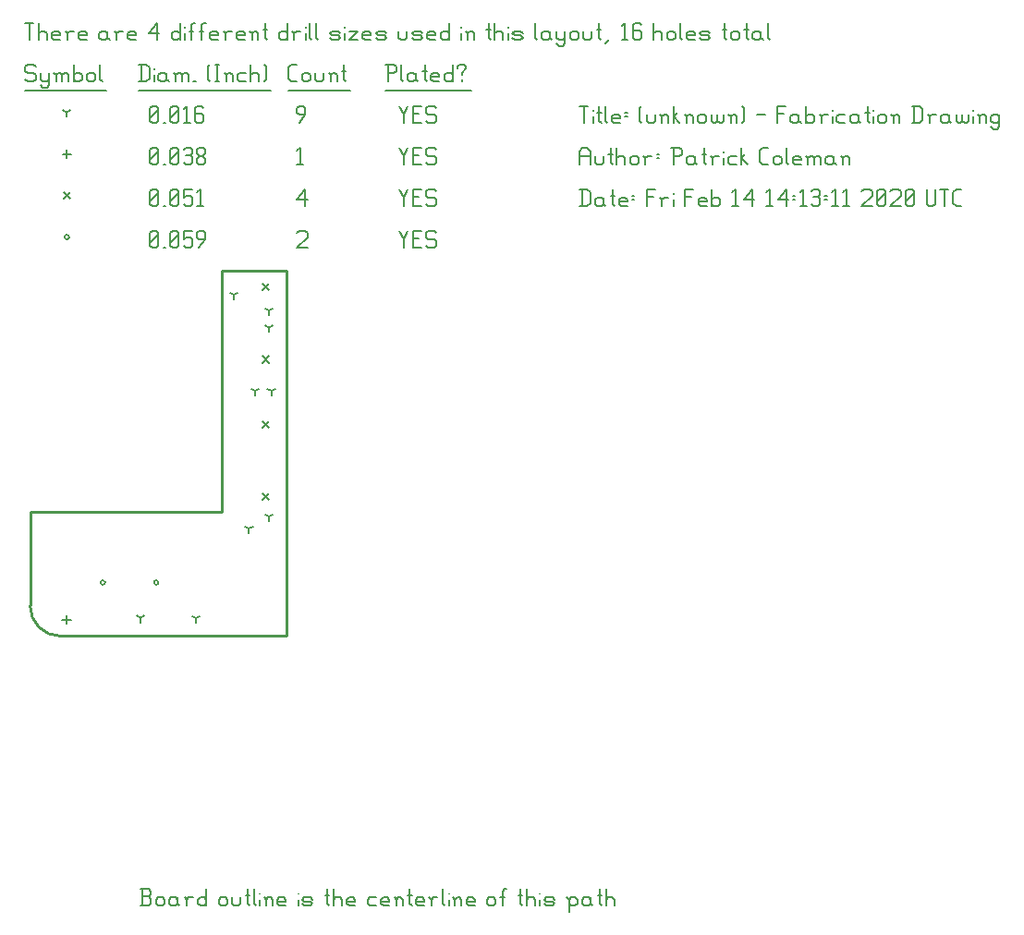
<source format=gbr>
G04 start of page 11 for group -3984 idx -3984 *
G04 Title: (unknown), fab *
G04 Creator: pcb 4.2.0 *
G04 CreationDate: Fri Feb 14 14:13:11 2020 UTC *
G04 For: blinken *
G04 Format: Gerber/RS-274X *
G04 PCB-Dimensions (mm): 65.00 56.00 *
G04 PCB-Coordinate-Origin: lower left *
%MOMM*%
%FSLAX43Y43*%
%LNFAB*%
%ADD51C,0.254*%
%ADD50C,0.191*%
%ADD49C,0.152*%
%ADD48R,0.203X0.203*%
G54D48*X6897Y27200D02*G75*G03X7303Y27200I203J0D01*G01*
G75*G03X6897Y27200I-203J0D01*G01*
X11797D02*G75*G03X12203Y27200I203J0D01*G01*
G75*G03X11797Y27200I-203J0D01*G01*
X3607Y58858D02*G75*G03X4013Y58858I203J0D01*G01*
G75*G03X3607Y58858I-203J0D01*G01*
G54D49*X34290Y59429D02*X34671Y58667D01*
X35052Y59429D01*
X34671Y58667D02*Y57905D01*
X35509Y58743D02*X36081D01*
X35509Y57905D02*X36271D01*
X35509Y59429D02*Y57905D01*
Y59429D02*X36271D01*
X37490D02*X37681Y59238D01*
X36919Y59429D02*X37490D01*
X36728Y59238D02*X36919Y59429D01*
X36728Y59238D02*Y58858D01*
X36919Y58667D01*
X37490D01*
X37681Y58476D01*
Y58096D01*
X37490Y57905D02*X37681Y58096D01*
X36919Y57905D02*X37490D01*
X36728Y58096D02*X36919Y57905D01*
X24892Y59238D02*X25082Y59429D01*
X25654D01*
X25844Y59238D01*
Y58858D01*
X24892Y57905D02*X25844Y58858D01*
X24892Y57905D02*X25844D01*
X11430Y58096D02*X11620Y57905D01*
X11430Y59238D02*Y58096D01*
Y59238D02*X11620Y59429D01*
X12002D01*
X12192Y59238D01*
Y58096D01*
X12002Y57905D02*X12192Y58096D01*
X11620Y57905D02*X12002D01*
X11430Y58286D02*X12192Y59048D01*
X12649Y57905D02*X12840D01*
X13297Y58096D02*X13487Y57905D01*
X13297Y59238D02*Y58096D01*
Y59238D02*X13487Y59429D01*
X13868D01*
X14059Y59238D01*
Y58096D01*
X13868Y57905D02*X14059Y58096D01*
X13487Y57905D02*X13868D01*
X13297Y58286D02*X14059Y59048D01*
X14516Y59429D02*X15278D01*
X14516D02*Y58667D01*
X14707Y58858D01*
X15088D01*
X15278Y58667D01*
Y58096D01*
X15088Y57905D02*X15278Y58096D01*
X14707Y57905D02*X15088D01*
X14516Y58096D02*X14707Y57905D01*
X15926D02*X16497Y58667D01*
Y59238D02*Y58667D01*
X16307Y59429D02*X16497Y59238D01*
X15926Y59429D02*X16307D01*
X15735Y59238D02*X15926Y59429D01*
X15735Y59238D02*Y58858D01*
X15926Y58667D01*
X16497D01*
X21745Y47955D02*X22355Y47345D01*
X21745D02*X22355Y47955D01*
X21745Y54605D02*X22355Y53995D01*
X21745D02*X22355Y54605D01*
X21745Y35355D02*X22355Y34745D01*
X21745D02*X22355Y35355D01*
X21745Y42005D02*X22355Y41395D01*
X21745D02*X22355Y42005D01*
X3505Y62972D02*X4115Y62363D01*
X3505D02*X4115Y62972D01*
X34290Y63239D02*X34671Y62477D01*
X35052Y63239D01*
X34671Y62477D02*Y61715D01*
X35509Y62553D02*X36081D01*
X35509Y61715D02*X36271D01*
X35509Y63239D02*Y61715D01*
Y63239D02*X36271D01*
X37490D02*X37681Y63048D01*
X36919Y63239D02*X37490D01*
X36728Y63048D02*X36919Y63239D01*
X36728Y63048D02*Y62668D01*
X36919Y62477D01*
X37490D01*
X37681Y62286D01*
Y61906D01*
X37490Y61715D02*X37681Y61906D01*
X36919Y61715D02*X37490D01*
X36728Y61906D02*X36919Y61715D01*
X24892Y62286D02*X25654Y63239D01*
X24892Y62286D02*X25844D01*
X25654Y63239D02*Y61715D01*
X11430Y61906D02*X11620Y61715D01*
X11430Y63048D02*Y61906D01*
Y63048D02*X11620Y63239D01*
X12002D01*
X12192Y63048D01*
Y61906D01*
X12002Y61715D02*X12192Y61906D01*
X11620Y61715D02*X12002D01*
X11430Y62096D02*X12192Y62858D01*
X12649Y61715D02*X12840D01*
X13297Y61906D02*X13487Y61715D01*
X13297Y63048D02*Y61906D01*
Y63048D02*X13487Y63239D01*
X13868D01*
X14059Y63048D01*
Y61906D01*
X13868Y61715D02*X14059Y61906D01*
X13487Y61715D02*X13868D01*
X13297Y62096D02*X14059Y62858D01*
X14516Y63239D02*X15278D01*
X14516D02*Y62477D01*
X14707Y62668D01*
X15088D01*
X15278Y62477D01*
Y61906D01*
X15088Y61715D02*X15278Y61906D01*
X14707Y61715D02*X15088D01*
X14516Y61906D02*X14707Y61715D01*
X15735Y62934D02*X16040Y63239D01*
Y61715D01*
X15735D02*X16307D01*
X3800Y24206D02*Y23394D01*
X3394Y23800D02*X4206D01*
X3810Y66884D02*Y66071D01*
X3404Y66478D02*X4216D01*
X34290Y67049D02*X34671Y66287D01*
X35052Y67049D01*
X34671Y66287D02*Y65525D01*
X35509Y66363D02*X36081D01*
X35509Y65525D02*X36271D01*
X35509Y67049D02*Y65525D01*
Y67049D02*X36271D01*
X37490D02*X37681Y66858D01*
X36919Y67049D02*X37490D01*
X36728Y66858D02*X36919Y67049D01*
X36728Y66858D02*Y66478D01*
X36919Y66287D01*
X37490D01*
X37681Y66096D01*
Y65716D01*
X37490Y65525D02*X37681Y65716D01*
X36919Y65525D02*X37490D01*
X36728Y65716D02*X36919Y65525D01*
X24892Y66744D02*X25197Y67049D01*
Y65525D01*
X24892D02*X25464D01*
X11430Y65716D02*X11620Y65525D01*
X11430Y66858D02*Y65716D01*
Y66858D02*X11620Y67049D01*
X12002D01*
X12192Y66858D01*
Y65716D01*
X12002Y65525D02*X12192Y65716D01*
X11620Y65525D02*X12002D01*
X11430Y65906D02*X12192Y66668D01*
X12649Y65525D02*X12840D01*
X13297Y65716D02*X13487Y65525D01*
X13297Y66858D02*Y65716D01*
Y66858D02*X13487Y67049D01*
X13868D01*
X14059Y66858D01*
Y65716D01*
X13868Y65525D02*X14059Y65716D01*
X13487Y65525D02*X13868D01*
X13297Y65906D02*X14059Y66668D01*
X14516Y66858D02*X14707Y67049D01*
X15088D01*
X15278Y66858D01*
X15088Y65525D02*X15278Y65716D01*
X14707Y65525D02*X15088D01*
X14516Y65716D02*X14707Y65525D01*
Y66363D02*X15088D01*
X15278Y66858D02*Y66554D01*
Y66173D02*Y65716D01*
Y66173D02*X15088Y66363D01*
X15278Y66554D02*X15088Y66363D01*
X15735Y65716D02*X15926Y65525D01*
X15735Y66020D02*Y65716D01*
Y66020D02*X16002Y66287D01*
X16231D01*
X16497Y66020D01*
Y65716D01*
X16307Y65525D02*X16497Y65716D01*
X15926Y65525D02*X16307D01*
X15735Y66554D02*X16002Y66287D01*
X15735Y66858D02*Y66554D01*
Y66858D02*X15926Y67049D01*
X16307D01*
X16497Y66858D01*
Y66554D01*
X16231Y66287D02*X16497Y66554D01*
X22300Y52100D02*Y51694D01*
Y52100D02*X22652Y52303D01*
X22300Y52100D02*X21948Y52303D01*
X21050Y44750D02*Y44344D01*
Y44750D02*X21402Y44953D01*
X21050Y44750D02*X20698Y44953D01*
X22550Y44750D02*Y44344D01*
Y44750D02*X22902Y44953D01*
X22550Y44750D02*X22198Y44953D01*
X19100Y53550D02*Y53144D01*
Y53550D02*X19452Y53753D01*
X19100Y53550D02*X18748Y53753D01*
X22300Y33250D02*Y32844D01*
Y33250D02*X22652Y33453D01*
X22300Y33250D02*X21948Y33453D01*
X15650Y23900D02*Y23494D01*
Y23900D02*X16002Y24103D01*
X15650Y23900D02*X15298Y24103D01*
X10575Y23950D02*Y23544D01*
Y23950D02*X10927Y24153D01*
X10575Y23950D02*X10223Y24153D01*
X20500Y32150D02*Y31744D01*
Y32150D02*X20852Y32353D01*
X20500Y32150D02*X20148Y32353D01*
X22300Y50550D02*Y50144D01*
Y50550D02*X22652Y50753D01*
X22300Y50550D02*X21948Y50753D01*
X3810Y70288D02*Y69881D01*
Y70288D02*X4162Y70491D01*
X3810Y70288D02*X3458Y70491D01*
X34290Y70859D02*X34671Y70097D01*
X35052Y70859D01*
X34671Y70097D02*Y69335D01*
X35509Y70173D02*X36081D01*
X35509Y69335D02*X36271D01*
X35509Y70859D02*Y69335D01*
Y70859D02*X36271D01*
X37490D02*X37681Y70668D01*
X36919Y70859D02*X37490D01*
X36728Y70668D02*X36919Y70859D01*
X36728Y70668D02*Y70288D01*
X36919Y70097D01*
X37490D01*
X37681Y69906D01*
Y69526D01*
X37490Y69335D02*X37681Y69526D01*
X36919Y69335D02*X37490D01*
X36728Y69526D02*X36919Y69335D01*
X25082D02*X25654Y70097D01*
Y70668D02*Y70097D01*
X25464Y70859D02*X25654Y70668D01*
X25082Y70859D02*X25464D01*
X24892Y70668D02*X25082Y70859D01*
X24892Y70668D02*Y70288D01*
X25082Y70097D01*
X25654D01*
X11430Y69526D02*X11620Y69335D01*
X11430Y70668D02*Y69526D01*
Y70668D02*X11620Y70859D01*
X12002D01*
X12192Y70668D01*
Y69526D01*
X12002Y69335D02*X12192Y69526D01*
X11620Y69335D02*X12002D01*
X11430Y69716D02*X12192Y70478D01*
X12649Y69335D02*X12840D01*
X13297Y69526D02*X13487Y69335D01*
X13297Y70668D02*Y69526D01*
Y70668D02*X13487Y70859D01*
X13868D01*
X14059Y70668D01*
Y69526D01*
X13868Y69335D02*X14059Y69526D01*
X13487Y69335D02*X13868D01*
X13297Y69716D02*X14059Y70478D01*
X14516Y70554D02*X14821Y70859D01*
Y69335D01*
X14516D02*X15088D01*
X16116Y70859D02*X16307Y70668D01*
X15735Y70859D02*X16116D01*
X15545Y70668D02*X15735Y70859D01*
X15545Y70668D02*Y69526D01*
X15735Y69335D01*
X16116Y70173D02*X16307Y69983D01*
X15545Y70173D02*X16116D01*
X15735Y69335D02*X16116D01*
X16307Y69526D01*
Y69983D02*Y69526D01*
X762Y74669D02*X952Y74478D01*
X190Y74669D02*X762D01*
X0Y74478D02*X190Y74669D01*
X0Y74478D02*Y74098D01*
X190Y73907D01*
X762D01*
X952Y73716D01*
Y73336D01*
X762Y73145D02*X952Y73336D01*
X190Y73145D02*X762D01*
X0Y73336D02*X190Y73145D01*
X1410Y73907D02*Y73336D01*
X1600Y73145D01*
X2172Y73907D02*Y72764D01*
X1981Y72574D02*X2172Y72764D01*
X1600Y72574D02*X1981D01*
X1410Y72764D02*X1600Y72574D01*
Y73145D02*X1981D01*
X2172Y73336D01*
X2819Y73716D02*Y73145D01*
Y73716D02*X3010Y73907D01*
X3200D01*
X3391Y73716D01*
Y73145D01*
Y73716D02*X3581Y73907D01*
X3772D01*
X3962Y73716D01*
Y73145D01*
X2629Y73907D02*X2819Y73716D01*
X4420Y74669D02*Y73145D01*
Y73336D02*X4610Y73145D01*
X4991D01*
X5182Y73336D01*
Y73716D02*Y73336D01*
X4991Y73907D02*X5182Y73716D01*
X4610Y73907D02*X4991D01*
X4420Y73716D02*X4610Y73907D01*
X5639Y73716D02*Y73336D01*
Y73716D02*X5829Y73907D01*
X6210D01*
X6401Y73716D01*
Y73336D01*
X6210Y73145D02*X6401Y73336D01*
X5829Y73145D02*X6210D01*
X5639Y73336D02*X5829Y73145D01*
X6858Y74669D02*Y73336D01*
X7049Y73145D01*
X0Y72319D02*X7430D01*
X10604Y74669D02*Y73145D01*
X11100Y74669D02*X11366Y74402D01*
Y73412D01*
X11100Y73145D02*X11366Y73412D01*
X10414Y73145D02*X11100D01*
X10414Y74669D02*X11100D01*
G54D50*X11824Y74288D02*Y74250D01*
G54D49*Y73716D02*Y73145D01*
X12776Y73907D02*X12967Y73716D01*
X12395Y73907D02*X12776D01*
X12205Y73716D02*X12395Y73907D01*
X12205Y73716D02*Y73336D01*
X12395Y73145D01*
X12967Y73907D02*Y73336D01*
X13157Y73145D01*
X12395D02*X12776D01*
X12967Y73336D01*
X13805Y73716D02*Y73145D01*
Y73716D02*X13995Y73907D01*
X14186D01*
X14376Y73716D01*
Y73145D01*
Y73716D02*X14567Y73907D01*
X14757D01*
X14948Y73716D01*
Y73145D01*
X13614Y73907D02*X13805Y73716D01*
X15405Y73145D02*X15596D01*
X16739Y73336D02*X16929Y73145D01*
X16739Y74478D02*X16929Y74669D01*
X16739Y74478D02*Y73336D01*
X17386Y74669D02*X17767D01*
X17577D02*Y73145D01*
X17386D02*X17767D01*
X18415Y73716D02*Y73145D01*
Y73716D02*X18606Y73907D01*
X18796D01*
X18987Y73716D01*
Y73145D01*
X18225Y73907D02*X18415Y73716D01*
X19634Y73907D02*X20206D01*
X19444Y73716D02*X19634Y73907D01*
X19444Y73716D02*Y73336D01*
X19634Y73145D01*
X20206D01*
X20663Y74669D02*Y73145D01*
Y73716D02*X20853Y73907D01*
X21234D01*
X21425Y73716D01*
Y73145D01*
X21882Y74669D02*X22073Y74478D01*
Y73336D01*
X21882Y73145D02*X22073Y73336D01*
X10414Y72319D02*X22530D01*
X24397Y73145D02*X24892D01*
X24130Y73412D02*X24397Y73145D01*
X24130Y74402D02*Y73412D01*
Y74402D02*X24397Y74669D01*
X24892D01*
X25349Y73716D02*Y73336D01*
Y73716D02*X25540Y73907D01*
X25921D01*
X26111Y73716D01*
Y73336D01*
X25921Y73145D02*X26111Y73336D01*
X25540Y73145D02*X25921D01*
X25349Y73336D02*X25540Y73145D01*
X26568Y73907D02*Y73336D01*
X26759Y73145D01*
X27140D01*
X27330Y73336D01*
Y73907D02*Y73336D01*
X27978Y73716D02*Y73145D01*
Y73716D02*X28169Y73907D01*
X28359D01*
X28550Y73716D01*
Y73145D01*
X27788Y73907D02*X27978Y73716D01*
X29197Y74669D02*Y73336D01*
X29388Y73145D01*
X29007Y74098D02*X29388D01*
X24130Y72319D02*X29769D01*
X33210Y74669D02*Y73145D01*
X33020Y74669D02*X33782D01*
X33972Y74478D01*
Y74098D01*
X33782Y73907D02*X33972Y74098D01*
X33210Y73907D02*X33782D01*
X34430Y74669D02*Y73336D01*
X34620Y73145D01*
X35573Y73907D02*X35763Y73716D01*
X35192Y73907D02*X35573D01*
X35001Y73716D02*X35192Y73907D01*
X35001Y73716D02*Y73336D01*
X35192Y73145D01*
X35763Y73907D02*Y73336D01*
X35954Y73145D01*
X35192D02*X35573D01*
X35763Y73336D01*
X36601Y74669D02*Y73336D01*
X36792Y73145D01*
X36411Y74098D02*X36792D01*
X37363Y73145D02*X37935D01*
X37173Y73336D02*X37363Y73145D01*
X37173Y73716D02*Y73336D01*
Y73716D02*X37363Y73907D01*
X37744D01*
X37935Y73716D01*
X37173Y73526D02*X37935D01*
Y73716D02*Y73526D01*
X39154Y74669D02*Y73145D01*
X38964D02*X39154Y73336D01*
X38583Y73145D02*X38964D01*
X38392Y73336D02*X38583Y73145D01*
X38392Y73716D02*Y73336D01*
Y73716D02*X38583Y73907D01*
X38964D01*
X39154Y73716D01*
X39992Y73907D02*Y73716D01*
Y73336D02*Y73145D01*
X39611Y74478D02*Y74288D01*
Y74478D02*X39802Y74669D01*
X40183D01*
X40373Y74478D01*
Y74288D01*
X39992Y73907D02*X40373Y74288D01*
X33020Y72319D02*X40831D01*
X0Y78479D02*X762D01*
X381D02*Y76955D01*
X1219Y78479D02*Y76955D01*
Y77526D02*X1410Y77717D01*
X1791D01*
X1981Y77526D01*
Y76955D01*
X2629D02*X3200D01*
X2438Y77146D02*X2629Y76955D01*
X2438Y77526D02*Y77146D01*
Y77526D02*X2629Y77717D01*
X3010D01*
X3200Y77526D01*
X2438Y77336D02*X3200D01*
Y77526D02*Y77336D01*
X3848Y77526D02*Y76955D01*
Y77526D02*X4039Y77717D01*
X4420D01*
X3658D02*X3848Y77526D01*
X5067Y76955D02*X5639D01*
X4877Y77146D02*X5067Y76955D01*
X4877Y77526D02*Y77146D01*
Y77526D02*X5067Y77717D01*
X5448D01*
X5639Y77526D01*
X4877Y77336D02*X5639D01*
Y77526D02*Y77336D01*
X7353Y77717D02*X7544Y77526D01*
X6972Y77717D02*X7353D01*
X6782Y77526D02*X6972Y77717D01*
X6782Y77526D02*Y77146D01*
X6972Y76955D01*
X7544Y77717D02*Y77146D01*
X7734Y76955D01*
X6972D02*X7353D01*
X7544Y77146D01*
X8382Y77526D02*Y76955D01*
Y77526D02*X8573Y77717D01*
X8954D01*
X8192D02*X8382Y77526D01*
X9601Y76955D02*X10173D01*
X9411Y77146D02*X9601Y76955D01*
X9411Y77526D02*Y77146D01*
Y77526D02*X9601Y77717D01*
X9982D01*
X10173Y77526D01*
X9411Y77336D02*X10173D01*
Y77526D02*Y77336D01*
X11316Y77526D02*X12078Y78479D01*
X11316Y77526D02*X12268D01*
X12078Y78479D02*Y76955D01*
X14173Y78479D02*Y76955D01*
X13983D02*X14173Y77146D01*
X13602Y76955D02*X13983D01*
X13411Y77146D02*X13602Y76955D01*
X13411Y77526D02*Y77146D01*
Y77526D02*X13602Y77717D01*
X13983D01*
X14173Y77526D01*
G54D50*X14630Y78098D02*Y78060D01*
G54D49*Y77526D02*Y76955D01*
X15202Y78288D02*Y76955D01*
Y78288D02*X15392Y78479D01*
X15583D01*
X15011Y77717D02*X15392D01*
X16154Y78288D02*Y76955D01*
Y78288D02*X16345Y78479D01*
X16535D01*
X15964Y77717D02*X16345D01*
X17107Y76955D02*X17678D01*
X16916Y77146D02*X17107Y76955D01*
X16916Y77526D02*Y77146D01*
Y77526D02*X17107Y77717D01*
X17488D01*
X17678Y77526D01*
X16916Y77336D02*X17678D01*
Y77526D02*Y77336D01*
X18326Y77526D02*Y76955D01*
Y77526D02*X18517Y77717D01*
X18898D01*
X18136D02*X18326Y77526D01*
X19545Y76955D02*X20117D01*
X19355Y77146D02*X19545Y76955D01*
X19355Y77526D02*Y77146D01*
Y77526D02*X19545Y77717D01*
X19926D01*
X20117Y77526D01*
X19355Y77336D02*X20117D01*
Y77526D02*Y77336D01*
X20765Y77526D02*Y76955D01*
Y77526D02*X20955Y77717D01*
X21146D01*
X21336Y77526D01*
Y76955D01*
X20574Y77717D02*X20765Y77526D01*
X21984Y78479D02*Y77146D01*
X22174Y76955D01*
X21793Y77908D02*X22174D01*
X24003Y78479D02*Y76955D01*
X23813D02*X24003Y77146D01*
X23432Y76955D02*X23813D01*
X23241Y77146D02*X23432Y76955D01*
X23241Y77526D02*Y77146D01*
Y77526D02*X23432Y77717D01*
X23813D01*
X24003Y77526D01*
X24651D02*Y76955D01*
Y77526D02*X24841Y77717D01*
X25222D01*
X24460D02*X24651Y77526D01*
G54D50*X25679Y78098D02*Y78060D01*
G54D49*Y77526D02*Y76955D01*
X26060Y78479D02*Y77146D01*
X26251Y76955D01*
X26632Y78479D02*Y77146D01*
X26822Y76955D01*
X28080D02*X28651D01*
X28842Y77146D01*
X28651Y77336D02*X28842Y77146D01*
X28080Y77336D02*X28651D01*
X27889Y77526D02*X28080Y77336D01*
X27889Y77526D02*X28080Y77717D01*
X28651D01*
X28842Y77526D01*
X27889Y77146D02*X28080Y76955D01*
G54D50*X29299Y78098D02*Y78060D01*
G54D49*Y77526D02*Y76955D01*
X29680Y77717D02*X30442D01*
X29680Y76955D02*X30442Y77717D01*
X29680Y76955D02*X30442D01*
X31090D02*X31661D01*
X30899Y77146D02*X31090Y76955D01*
X30899Y77526D02*Y77146D01*
Y77526D02*X31090Y77717D01*
X31471D01*
X31661Y77526D01*
X30899Y77336D02*X31661D01*
Y77526D02*Y77336D01*
X32309Y76955D02*X32880D01*
X33071Y77146D01*
X32880Y77336D02*X33071Y77146D01*
X32309Y77336D02*X32880D01*
X32118Y77526D02*X32309Y77336D01*
X32118Y77526D02*X32309Y77717D01*
X32880D01*
X33071Y77526D01*
X32118Y77146D02*X32309Y76955D01*
X34214Y77717D02*Y77146D01*
X34404Y76955D01*
X34785D01*
X34976Y77146D01*
Y77717D02*Y77146D01*
X35624Y76955D02*X36195D01*
X36386Y77146D01*
X36195Y77336D02*X36386Y77146D01*
X35624Y77336D02*X36195D01*
X35433Y77526D02*X35624Y77336D01*
X35433Y77526D02*X35624Y77717D01*
X36195D01*
X36386Y77526D01*
X35433Y77146D02*X35624Y76955D01*
X37033D02*X37605D01*
X36843Y77146D02*X37033Y76955D01*
X36843Y77526D02*Y77146D01*
Y77526D02*X37033Y77717D01*
X37414D01*
X37605Y77526D01*
X36843Y77336D02*X37605D01*
Y77526D02*Y77336D01*
X38824Y78479D02*Y76955D01*
X38633D02*X38824Y77146D01*
X38252Y76955D02*X38633D01*
X38062Y77146D02*X38252Y76955D01*
X38062Y77526D02*Y77146D01*
Y77526D02*X38252Y77717D01*
X38633D01*
X38824Y77526D01*
G54D50*X39967Y78098D02*Y78060D01*
G54D49*Y77526D02*Y76955D01*
X40538Y77526D02*Y76955D01*
Y77526D02*X40729Y77717D01*
X40919D01*
X41110Y77526D01*
Y76955D01*
X40348Y77717D02*X40538Y77526D01*
X42443Y78479D02*Y77146D01*
X42634Y76955D01*
X42253Y77908D02*X42634D01*
X43015Y78479D02*Y76955D01*
Y77526D02*X43205Y77717D01*
X43586D01*
X43777Y77526D01*
Y76955D01*
G54D50*X44234Y78098D02*Y78060D01*
G54D49*Y77526D02*Y76955D01*
X44806D02*X45377D01*
X45568Y77146D01*
X45377Y77336D02*X45568Y77146D01*
X44806Y77336D02*X45377D01*
X44615Y77526D02*X44806Y77336D01*
X44615Y77526D02*X44806Y77717D01*
X45377D01*
X45568Y77526D01*
X44615Y77146D02*X44806Y76955D01*
X46711Y78479D02*Y77146D01*
X46901Y76955D01*
X47854Y77717D02*X48044Y77526D01*
X47473Y77717D02*X47854D01*
X47282Y77526D02*X47473Y77717D01*
X47282Y77526D02*Y77146D01*
X47473Y76955D01*
X48044Y77717D02*Y77146D01*
X48235Y76955D01*
X47473D02*X47854D01*
X48044Y77146D01*
X48692Y77717D02*Y77146D01*
X48882Y76955D01*
X49454Y77717D02*Y76574D01*
X49263Y76384D02*X49454Y76574D01*
X48882Y76384D02*X49263D01*
X48692Y76574D02*X48882Y76384D01*
Y76955D02*X49263D01*
X49454Y77146D01*
X49911Y77526D02*Y77146D01*
Y77526D02*X50102Y77717D01*
X50483D01*
X50673Y77526D01*
Y77146D01*
X50483Y76955D02*X50673Y77146D01*
X50102Y76955D02*X50483D01*
X49911Y77146D02*X50102Y76955D01*
X51130Y77717D02*Y77146D01*
X51321Y76955D01*
X51702D01*
X51892Y77146D01*
Y77717D02*Y77146D01*
X52540Y78479D02*Y77146D01*
X52730Y76955D01*
X52349Y77908D02*X52730D01*
X53111Y76574D02*X53492Y76955D01*
X54635Y78174D02*X54940Y78479D01*
Y76955D01*
X54635D02*X55207D01*
X56236Y78479D02*X56426Y78288D01*
X55855Y78479D02*X56236D01*
X55664Y78288D02*X55855Y78479D01*
X55664Y78288D02*Y77146D01*
X55855Y76955D01*
X56236Y77793D02*X56426Y77603D01*
X55664Y77793D02*X56236D01*
X55855Y76955D02*X56236D01*
X56426Y77146D01*
Y77603D02*Y77146D01*
X57569Y78479D02*Y76955D01*
Y77526D02*X57760Y77717D01*
X58141D01*
X58331Y77526D01*
Y76955D01*
X58788Y77526D02*Y77146D01*
Y77526D02*X58979Y77717D01*
X59360D01*
X59550Y77526D01*
Y77146D01*
X59360Y76955D02*X59550Y77146D01*
X58979Y76955D02*X59360D01*
X58788Y77146D02*X58979Y76955D01*
X60008Y78479D02*Y77146D01*
X60198Y76955D01*
X60770D02*X61341D01*
X60579Y77146D02*X60770Y76955D01*
X60579Y77526D02*Y77146D01*
Y77526D02*X60770Y77717D01*
X61151D01*
X61341Y77526D01*
X60579Y77336D02*X61341D01*
Y77526D02*Y77336D01*
X61989Y76955D02*X62560D01*
X62751Y77146D01*
X62560Y77336D02*X62751Y77146D01*
X61989Y77336D02*X62560D01*
X61798Y77526D02*X61989Y77336D01*
X61798Y77526D02*X61989Y77717D01*
X62560D01*
X62751Y77526D01*
X61798Y77146D02*X61989Y76955D01*
X64084Y78479D02*Y77146D01*
X64275Y76955D01*
X63894Y77908D02*X64275D01*
X64656Y77526D02*Y77146D01*
Y77526D02*X64846Y77717D01*
X65227D01*
X65418Y77526D01*
Y77146D01*
X65227Y76955D02*X65418Y77146D01*
X64846Y76955D02*X65227D01*
X64656Y77146D02*X64846Y76955D01*
X66065Y78479D02*Y77146D01*
X66256Y76955D01*
X65875Y77908D02*X66256D01*
X67208Y77717D02*X67399Y77526D01*
X66827Y77717D02*X67208D01*
X66637Y77526D02*X66827Y77717D01*
X66637Y77526D02*Y77146D01*
X66827Y76955D01*
X67399Y77717D02*Y77146D01*
X67589Y76955D01*
X66827D02*X67208D01*
X67399Y77146D01*
X68047Y78479D02*Y77146D01*
X68237Y76955D01*
G54D51*X18050Y55750D02*Y39400D01*
Y55750D02*X23950D01*
X3050Y22300D02*X23900D01*
X23950Y55750D02*Y22300D01*
X18050Y39350D02*Y33700D01*
X450D01*
Y25100D02*Y33700D01*
Y25050D02*G75*G03X3200Y22300I2750J0D01*G01*
G54D49*X10573Y-2413D02*X11335D01*
X11526Y-2222D01*
Y-1765D02*Y-2222D01*
X11335Y-1575D02*X11526Y-1765D01*
X10764Y-1575D02*X11335D01*
X10764Y-889D02*Y-2413D01*
X10573Y-889D02*X11335D01*
X11526Y-1080D01*
Y-1384D01*
X11335Y-1575D02*X11526Y-1384D01*
X11983Y-1842D02*Y-2222D01*
Y-1842D02*X12174Y-1651D01*
X12555D01*
X12745Y-1842D01*
Y-2222D01*
X12555Y-2413D02*X12745Y-2222D01*
X12174Y-2413D02*X12555D01*
X11983Y-2222D02*X12174Y-2413D01*
X13774Y-1651D02*X13964Y-1842D01*
X13393Y-1651D02*X13774D01*
X13202Y-1842D02*X13393Y-1651D01*
X13202Y-1842D02*Y-2222D01*
X13393Y-2413D01*
X13964Y-1651D02*Y-2222D01*
X14155Y-2413D01*
X13393D02*X13774D01*
X13964Y-2222D01*
X14803Y-1842D02*Y-2413D01*
Y-1842D02*X14993Y-1651D01*
X15374D01*
X14612D02*X14803Y-1842D01*
X16593Y-889D02*Y-2413D01*
X16403D02*X16593Y-2222D01*
X16022Y-2413D02*X16403D01*
X15831Y-2222D02*X16022Y-2413D01*
X15831Y-1842D02*Y-2222D01*
Y-1842D02*X16022Y-1651D01*
X16403D01*
X16593Y-1842D01*
X17736D02*Y-2222D01*
Y-1842D02*X17927Y-1651D01*
X18308D01*
X18498Y-1842D01*
Y-2222D01*
X18308Y-2413D02*X18498Y-2222D01*
X17927Y-2413D02*X18308D01*
X17736Y-2222D02*X17927Y-2413D01*
X18955Y-1651D02*Y-2222D01*
X19146Y-2413D01*
X19527D01*
X19717Y-2222D01*
Y-1651D02*Y-2222D01*
X20365Y-889D02*Y-2222D01*
X20556Y-2413D01*
X20175Y-1460D02*X20556D01*
X20937Y-889D02*Y-2222D01*
X21127Y-2413D01*
G54D50*X21508Y-1270D02*Y-1308D01*
G54D49*Y-1842D02*Y-2413D01*
X22080Y-1842D02*Y-2413D01*
Y-1842D02*X22270Y-1651D01*
X22461D01*
X22651Y-1842D01*
Y-2413D01*
X21889Y-1651D02*X22080Y-1842D01*
X23299Y-2413D02*X23870D01*
X23108Y-2222D02*X23299Y-2413D01*
X23108Y-1842D02*Y-2222D01*
Y-1842D02*X23299Y-1651D01*
X23680D01*
X23870Y-1842D01*
X23108Y-2032D02*X23870D01*
Y-1842D02*Y-2032D01*
G54D50*X25013Y-1270D02*Y-1308D01*
G54D49*Y-1842D02*Y-2413D01*
X25585D02*X26156D01*
X26347Y-2222D01*
X26156Y-2032D02*X26347Y-2222D01*
X25585Y-2032D02*X26156D01*
X25394Y-1842D02*X25585Y-2032D01*
X25394Y-1842D02*X25585Y-1651D01*
X26156D01*
X26347Y-1842D01*
X25394Y-2222D02*X25585Y-2413D01*
X27680Y-889D02*Y-2222D01*
X27871Y-2413D01*
X27490Y-1460D02*X27871D01*
X28252Y-889D02*Y-2413D01*
Y-1842D02*X28442Y-1651D01*
X28823D01*
X29014Y-1842D01*
Y-2413D01*
X29662D02*X30233D01*
X29471Y-2222D02*X29662Y-2413D01*
X29471Y-1842D02*Y-2222D01*
Y-1842D02*X29662Y-1651D01*
X30043D01*
X30233Y-1842D01*
X29471Y-2032D02*X30233D01*
Y-1842D02*Y-2032D01*
X31567Y-1651D02*X32138D01*
X31376Y-1842D02*X31567Y-1651D01*
X31376Y-1842D02*Y-2222D01*
X31567Y-2413D01*
X32138D01*
X32786D02*X33357D01*
X32595Y-2222D02*X32786Y-2413D01*
X32595Y-1842D02*Y-2222D01*
Y-1842D02*X32786Y-1651D01*
X33167D01*
X33357Y-1842D01*
X32595Y-2032D02*X33357D01*
Y-1842D02*Y-2032D01*
X34005Y-1842D02*Y-2413D01*
Y-1842D02*X34195Y-1651D01*
X34386D01*
X34576Y-1842D01*
Y-2413D01*
X33814Y-1651D02*X34005Y-1842D01*
X35224Y-889D02*Y-2222D01*
X35415Y-2413D01*
X35034Y-1460D02*X35415D01*
X35986Y-2413D02*X36558D01*
X35796Y-2222D02*X35986Y-2413D01*
X35796Y-1842D02*Y-2222D01*
Y-1842D02*X35986Y-1651D01*
X36367D01*
X36558Y-1842D01*
X35796Y-2032D02*X36558D01*
Y-1842D02*Y-2032D01*
X37205Y-1842D02*Y-2413D01*
Y-1842D02*X37396Y-1651D01*
X37777D01*
X37015D02*X37205Y-1842D01*
X38234Y-889D02*Y-2222D01*
X38425Y-2413D01*
G54D50*X38806Y-1270D02*Y-1308D01*
G54D49*Y-1842D02*Y-2413D01*
X39377Y-1842D02*Y-2413D01*
Y-1842D02*X39568Y-1651D01*
X39758D01*
X39949Y-1842D01*
Y-2413D01*
X39187Y-1651D02*X39377Y-1842D01*
X40596Y-2413D02*X41168D01*
X40406Y-2222D02*X40596Y-2413D01*
X40406Y-1842D02*Y-2222D01*
Y-1842D02*X40596Y-1651D01*
X40977D01*
X41168Y-1842D01*
X40406Y-2032D02*X41168D01*
Y-1842D02*Y-2032D01*
X42311Y-1842D02*Y-2222D01*
Y-1842D02*X42501Y-1651D01*
X42882D01*
X43073Y-1842D01*
Y-2222D01*
X42882Y-2413D02*X43073Y-2222D01*
X42501Y-2413D02*X42882D01*
X42311Y-2222D02*X42501Y-2413D01*
X43720Y-1080D02*Y-2413D01*
Y-1080D02*X43911Y-889D01*
X44101D01*
X43530Y-1651D02*X43911D01*
X45359Y-889D02*Y-2222D01*
X45549Y-2413D01*
X45168Y-1460D02*X45549D01*
X45930Y-889D02*Y-2413D01*
Y-1842D02*X46121Y-1651D01*
X46502D01*
X46692Y-1842D01*
Y-2413D01*
G54D50*X47149Y-1270D02*Y-1308D01*
G54D49*Y-1842D02*Y-2413D01*
X47721D02*X48292D01*
X48483Y-2222D01*
X48292Y-2032D02*X48483Y-2222D01*
X47721Y-2032D02*X48292D01*
X47530Y-1842D02*X47721Y-2032D01*
X47530Y-1842D02*X47721Y-1651D01*
X48292D01*
X48483Y-1842D01*
X47530Y-2222D02*X47721Y-2413D01*
X49816Y-1842D02*Y-2984D01*
X49626Y-1651D02*X49816Y-1842D01*
X50007Y-1651D01*
X50388D01*
X50578Y-1842D01*
Y-2222D01*
X50388Y-2413D02*X50578Y-2222D01*
X50007Y-2413D02*X50388D01*
X49816Y-2222D02*X50007Y-2413D01*
X51607Y-1651D02*X51798Y-1842D01*
X51226Y-1651D02*X51607D01*
X51036Y-1842D02*X51226Y-1651D01*
X51036Y-1842D02*Y-2222D01*
X51226Y-2413D01*
X51798Y-1651D02*Y-2222D01*
X51988Y-2413D01*
X51226D02*X51607D01*
X51798Y-2222D01*
X52636Y-889D02*Y-2222D01*
X52826Y-2413D01*
X52445Y-1460D02*X52826D01*
X53207Y-889D02*Y-2413D01*
Y-1842D02*X53398Y-1651D01*
X53779D01*
X53969Y-1842D01*
Y-2413D01*
X50990Y63239D02*Y61715D01*
X51486Y63239D02*X51752Y62972D01*
Y61982D01*
X51486Y61715D02*X51752Y61982D01*
X50800Y61715D02*X51486D01*
X50800Y63239D02*X51486D01*
X52781Y62477D02*X52972Y62286D01*
X52400Y62477D02*X52781D01*
X52210Y62286D02*X52400Y62477D01*
X52210Y62286D02*Y61906D01*
X52400Y61715D01*
X52972Y62477D02*Y61906D01*
X53162Y61715D01*
X52400D02*X52781D01*
X52972Y61906D01*
X53810Y63239D02*Y61906D01*
X54000Y61715D01*
X53619Y62668D02*X54000D01*
X54572Y61715D02*X55143D01*
X54381Y61906D02*X54572Y61715D01*
X54381Y62286D02*Y61906D01*
Y62286D02*X54572Y62477D01*
X54953D01*
X55143Y62286D01*
X54381Y62096D02*X55143D01*
Y62286D02*Y62096D01*
X55601Y62668D02*X55791D01*
X55601Y62286D02*X55791D01*
X56934Y63239D02*Y61715D01*
Y63239D02*X57696D01*
X56934Y62553D02*X57506D01*
X58344Y62286D02*Y61715D01*
Y62286D02*X58534Y62477D01*
X58915D01*
X58153D02*X58344Y62286D01*
G54D50*X59373Y62858D02*Y62820D01*
G54D49*Y62286D02*Y61715D01*
X60439Y63239D02*Y61715D01*
Y63239D02*X61201D01*
X60439Y62553D02*X61011D01*
X61849Y61715D02*X62421D01*
X61659Y61906D02*X61849Y61715D01*
X61659Y62286D02*Y61906D01*
Y62286D02*X61849Y62477D01*
X62230D01*
X62421Y62286D01*
X61659Y62096D02*X62421D01*
Y62286D02*Y62096D01*
X62878Y63239D02*Y61715D01*
Y61906D02*X63068Y61715D01*
X63449D01*
X63640Y61906D01*
Y62286D02*Y61906D01*
X63449Y62477D02*X63640Y62286D01*
X63068Y62477D02*X63449D01*
X62878Y62286D02*X63068Y62477D01*
X64783Y62934D02*X65088Y63239D01*
Y61715D01*
X64783D02*X65354D01*
X65811Y62286D02*X66573Y63239D01*
X65811Y62286D02*X66764D01*
X66573Y63239D02*Y61715D01*
X67907Y62934D02*X68212Y63239D01*
Y61715D01*
X67907D02*X68478D01*
X68936Y62286D02*X69698Y63239D01*
X68936Y62286D02*X69888D01*
X69698Y63239D02*Y61715D01*
X70345Y62668D02*X70536D01*
X70345Y62286D02*X70536D01*
X70993Y62934D02*X71298Y63239D01*
Y61715D01*
X70993D02*X71565D01*
X72022Y63048D02*X72212Y63239D01*
X72593D01*
X72784Y63048D01*
X72593Y61715D02*X72784Y61906D01*
X72212Y61715D02*X72593D01*
X72022Y61906D02*X72212Y61715D01*
Y62553D02*X72593D01*
X72784Y63048D02*Y62744D01*
Y62363D02*Y61906D01*
Y62363D02*X72593Y62553D01*
X72784Y62744D02*X72593Y62553D01*
X73241Y62668D02*X73431D01*
X73241Y62286D02*X73431D01*
X73889Y62934D02*X74193Y63239D01*
Y61715D01*
X73889D02*X74460D01*
X74917Y62934D02*X75222Y63239D01*
Y61715D01*
X74917D02*X75489D01*
X76632Y63048D02*X76822Y63239D01*
X77394D01*
X77584Y63048D01*
Y62668D01*
X76632Y61715D02*X77584Y62668D01*
X76632Y61715D02*X77584D01*
X78042Y61906D02*X78232Y61715D01*
X78042Y63048D02*Y61906D01*
Y63048D02*X78232Y63239D01*
X78613D01*
X78804Y63048D01*
Y61906D01*
X78613Y61715D02*X78804Y61906D01*
X78232Y61715D02*X78613D01*
X78042Y62096D02*X78804Y62858D01*
X79261Y63048D02*X79451Y63239D01*
X80023D01*
X80213Y63048D01*
Y62668D01*
X79261Y61715D02*X80213Y62668D01*
X79261Y61715D02*X80213D01*
X80670Y61906D02*X80861Y61715D01*
X80670Y63048D02*Y61906D01*
Y63048D02*X80861Y63239D01*
X81242D01*
X81432Y63048D01*
Y61906D01*
X81242Y61715D02*X81432Y61906D01*
X80861Y61715D02*X81242D01*
X80670Y62096D02*X81432Y62858D01*
X82575Y63239D02*Y61906D01*
X82766Y61715D01*
X83147D01*
X83337Y61906D01*
Y63239D02*Y61906D01*
X83795Y63239D02*X84557D01*
X84176D02*Y61715D01*
X85281D02*X85776D01*
X85014Y61982D02*X85281Y61715D01*
X85014Y62972D02*Y61982D01*
Y62972D02*X85281Y63239D01*
X85776D01*
X50800Y66668D02*Y65525D01*
Y66668D02*X51067Y67049D01*
X51486D01*
X51752Y66668D01*
Y65525D01*
X50800Y66287D02*X51752D01*
X52210D02*Y65716D01*
X52400Y65525D01*
X52781D01*
X52972Y65716D01*
Y66287D02*Y65716D01*
X53619Y67049D02*Y65716D01*
X53810Y65525D01*
X53429Y66478D02*X53810D01*
X54191Y67049D02*Y65525D01*
Y66096D02*X54381Y66287D01*
X54762D01*
X54953Y66096D01*
Y65525D01*
X55410Y66096D02*Y65716D01*
Y66096D02*X55601Y66287D01*
X55982D01*
X56172Y66096D01*
Y65716D01*
X55982Y65525D02*X56172Y65716D01*
X55601Y65525D02*X55982D01*
X55410Y65716D02*X55601Y65525D01*
X56820Y66096D02*Y65525D01*
Y66096D02*X57010Y66287D01*
X57391D01*
X56629D02*X56820Y66096D01*
X57849Y66478D02*X58039D01*
X57849Y66096D02*X58039D01*
X59373Y67049D02*Y65525D01*
X59182Y67049D02*X59944D01*
X60135Y66858D01*
Y66478D01*
X59944Y66287D02*X60135Y66478D01*
X59373Y66287D02*X59944D01*
X61163D02*X61354Y66096D01*
X60782Y66287D02*X61163D01*
X60592Y66096D02*X60782Y66287D01*
X60592Y66096D02*Y65716D01*
X60782Y65525D01*
X61354Y66287D02*Y65716D01*
X61544Y65525D01*
X60782D02*X61163D01*
X61354Y65716D01*
X62192Y67049D02*Y65716D01*
X62382Y65525D01*
X62001Y66478D02*X62382D01*
X62954Y66096D02*Y65525D01*
Y66096D02*X63144Y66287D01*
X63525D01*
X62763D02*X62954Y66096D01*
G54D50*X63983Y66668D02*Y66630D01*
G54D49*Y66096D02*Y65525D01*
X64554Y66287D02*X65126D01*
X64364Y66096D02*X64554Y66287D01*
X64364Y66096D02*Y65716D01*
X64554Y65525D01*
X65126D01*
X65583Y67049D02*Y65525D01*
Y66096D02*X66154Y65525D01*
X65583Y66096D02*X65964Y66478D01*
X67564Y65525D02*X68059D01*
X67297Y65792D02*X67564Y65525D01*
X67297Y66782D02*Y65792D01*
Y66782D02*X67564Y67049D01*
X68059D01*
X68517Y66096D02*Y65716D01*
Y66096D02*X68707Y66287D01*
X69088D01*
X69279Y66096D01*
Y65716D01*
X69088Y65525D02*X69279Y65716D01*
X68707Y65525D02*X69088D01*
X68517Y65716D02*X68707Y65525D01*
X69736Y67049D02*Y65716D01*
X69926Y65525D01*
X70498D02*X71069D01*
X70307Y65716D02*X70498Y65525D01*
X70307Y66096D02*Y65716D01*
Y66096D02*X70498Y66287D01*
X70879D01*
X71069Y66096D01*
X70307Y65906D02*X71069D01*
Y66096D02*Y65906D01*
X71717Y66096D02*Y65525D01*
Y66096D02*X71907Y66287D01*
X72098D01*
X72288Y66096D01*
Y65525D01*
Y66096D02*X72479Y66287D01*
X72669D01*
X72860Y66096D01*
Y65525D01*
X71526Y66287D02*X71717Y66096D01*
X73889Y66287D02*X74079Y66096D01*
X73508Y66287D02*X73889D01*
X73317Y66096D02*X73508Y66287D01*
X73317Y66096D02*Y65716D01*
X73508Y65525D01*
X74079Y66287D02*Y65716D01*
X74270Y65525D01*
X73508D02*X73889D01*
X74079Y65716D01*
X74917Y66096D02*Y65525D01*
Y66096D02*X75108Y66287D01*
X75298D01*
X75489Y66096D01*
Y65525D01*
X74727Y66287D02*X74917Y66096D01*
X50800Y70859D02*X51562D01*
X51181D02*Y69335D01*
G54D50*X52019Y70478D02*Y70440D01*
G54D49*Y69906D02*Y69335D01*
X52591Y70859D02*Y69526D01*
X52781Y69335D01*
X52400Y70288D02*X52781D01*
X53162Y70859D02*Y69526D01*
X53353Y69335D01*
X53924D02*X54496D01*
X53734Y69526D02*X53924Y69335D01*
X53734Y69906D02*Y69526D01*
Y69906D02*X53924Y70097D01*
X54305D01*
X54496Y69906D01*
X53734Y69716D02*X54496D01*
Y69906D02*Y69716D01*
X54953Y70288D02*X55143D01*
X54953Y69906D02*X55143D01*
X56286Y69526D02*X56477Y69335D01*
X56286Y70668D02*X56477Y70859D01*
X56286Y70668D02*Y69526D01*
X56934Y70097D02*Y69526D01*
X57125Y69335D01*
X57506D01*
X57696Y69526D01*
Y70097D02*Y69526D01*
X58344Y69906D02*Y69335D01*
Y69906D02*X58534Y70097D01*
X58725D01*
X58915Y69906D01*
Y69335D01*
X58153Y70097D02*X58344Y69906D01*
X59373Y70859D02*Y69335D01*
Y69906D02*X59944Y69335D01*
X59373Y69906D02*X59754Y70288D01*
X60592Y69906D02*Y69335D01*
Y69906D02*X60782Y70097D01*
X60973D01*
X61163Y69906D01*
Y69335D01*
X60401Y70097D02*X60592Y69906D01*
X61620D02*Y69526D01*
Y69906D02*X61811Y70097D01*
X62192D01*
X62382Y69906D01*
Y69526D01*
X62192Y69335D02*X62382Y69526D01*
X61811Y69335D02*X62192D01*
X61620Y69526D02*X61811Y69335D01*
X62840Y70097D02*Y69526D01*
X63030Y69335D01*
X63221D01*
X63411Y69526D01*
Y70097D02*Y69526D01*
X63602Y69335D01*
X63792D01*
X63983Y69526D01*
Y70097D02*Y69526D01*
X64630Y69906D02*Y69335D01*
Y69906D02*X64821Y70097D01*
X65011D01*
X65202Y69906D01*
Y69335D01*
X64440Y70097D02*X64630Y69906D01*
X65659Y70859D02*X65850Y70668D01*
Y69526D01*
X65659Y69335D02*X65850Y69526D01*
X66993Y70097D02*X67755D01*
X68898Y70859D02*Y69335D01*
Y70859D02*X69660D01*
X68898Y70173D02*X69469D01*
X70688Y70097D02*X70879Y69906D01*
X70307Y70097D02*X70688D01*
X70117Y69906D02*X70307Y70097D01*
X70117Y69906D02*Y69526D01*
X70307Y69335D01*
X70879Y70097D02*Y69526D01*
X71069Y69335D01*
X70307D02*X70688D01*
X70879Y69526D01*
X71526Y70859D02*Y69335D01*
Y69526D02*X71717Y69335D01*
X72098D01*
X72288Y69526D01*
Y69906D02*Y69526D01*
X72098Y70097D02*X72288Y69906D01*
X71717Y70097D02*X72098D01*
X71526Y69906D02*X71717Y70097D01*
X72936Y69906D02*Y69335D01*
Y69906D02*X73127Y70097D01*
X73508D01*
X72746D02*X72936Y69906D01*
G54D50*X73965Y70478D02*Y70440D01*
G54D49*Y69906D02*Y69335D01*
X74536Y70097D02*X75108D01*
X74346Y69906D02*X74536Y70097D01*
X74346Y69906D02*Y69526D01*
X74536Y69335D01*
X75108D01*
X76137Y70097D02*X76327Y69906D01*
X75756Y70097D02*X76137D01*
X75565Y69906D02*X75756Y70097D01*
X75565Y69906D02*Y69526D01*
X75756Y69335D01*
X76327Y70097D02*Y69526D01*
X76518Y69335D01*
X75756D02*X76137D01*
X76327Y69526D01*
X77165Y70859D02*Y69526D01*
X77356Y69335D01*
X76975Y70288D02*X77356D01*
G54D50*X77737Y70478D02*Y70440D01*
G54D49*Y69906D02*Y69335D01*
X78118Y69906D02*Y69526D01*
Y69906D02*X78308Y70097D01*
X78689D01*
X78880Y69906D01*
Y69526D01*
X78689Y69335D02*X78880Y69526D01*
X78308Y69335D02*X78689D01*
X78118Y69526D02*X78308Y69335D01*
X79527Y69906D02*Y69335D01*
Y69906D02*X79718Y70097D01*
X79908D01*
X80099Y69906D01*
Y69335D01*
X79337Y70097D02*X79527Y69906D01*
X81432Y70859D02*Y69335D01*
X81928Y70859D02*X82194Y70592D01*
Y69602D01*
X81928Y69335D02*X82194Y69602D01*
X81242Y69335D02*X81928D01*
X81242Y70859D02*X81928D01*
X82842Y69906D02*Y69335D01*
Y69906D02*X83033Y70097D01*
X83414D01*
X82652D02*X82842Y69906D01*
X84442Y70097D02*X84633Y69906D01*
X84061Y70097D02*X84442D01*
X83871Y69906D02*X84061Y70097D01*
X83871Y69906D02*Y69526D01*
X84061Y69335D01*
X84633Y70097D02*Y69526D01*
X84823Y69335D01*
X84061D02*X84442D01*
X84633Y69526D01*
X85281Y70097D02*Y69526D01*
X85471Y69335D01*
X85662D01*
X85852Y69526D01*
Y70097D02*Y69526D01*
X86043Y69335D01*
X86233D01*
X86424Y69526D01*
Y70097D02*Y69526D01*
G54D50*X86881Y70478D02*Y70440D01*
G54D49*Y69906D02*Y69335D01*
X87452Y69906D02*Y69335D01*
Y69906D02*X87643Y70097D01*
X87833D01*
X88024Y69906D01*
Y69335D01*
X87262Y70097D02*X87452Y69906D01*
X89052Y70097D02*X89243Y69906D01*
X88671Y70097D02*X89052D01*
X88481Y69906D02*X88671Y70097D01*
X88481Y69906D02*Y69526D01*
X88671Y69335D01*
X89052D01*
X89243Y69526D01*
X88481Y68954D02*X88671Y68764D01*
X89052D01*
X89243Y68954D01*
Y70097D02*Y68954D01*
M02*

</source>
